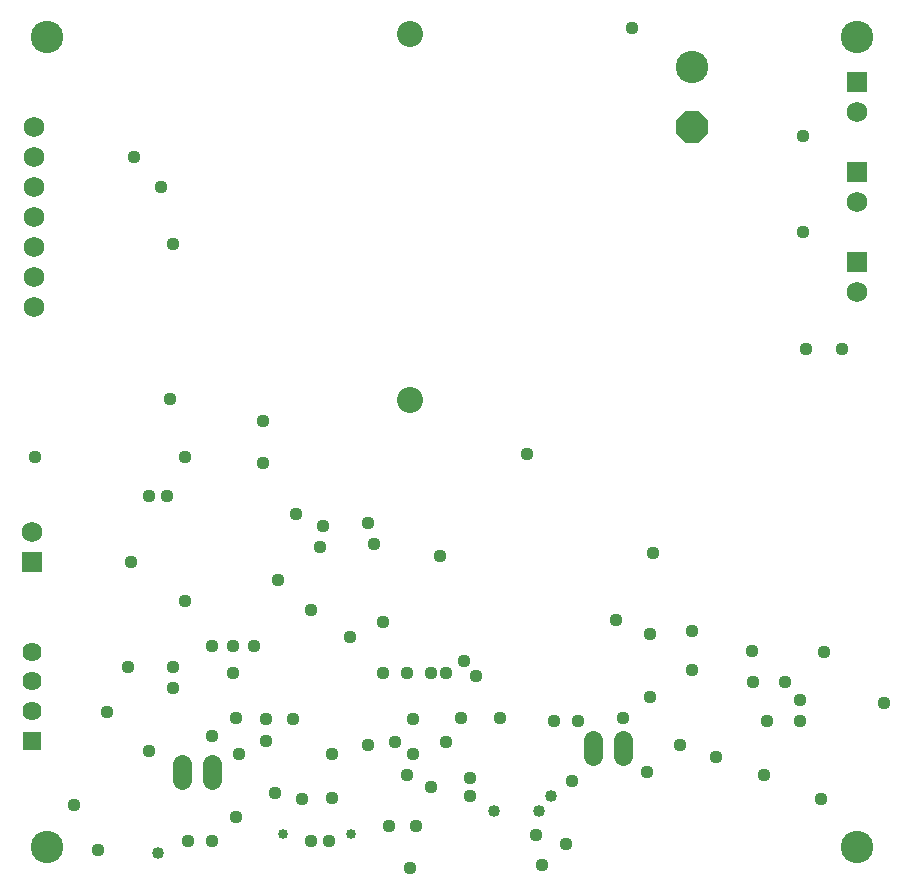
<source format=gbr>
G04 EAGLE Gerber RS-274X export*
G75*
%MOMM*%
%FSLAX34Y34*%
%LPD*%
%INSoldermask Bottom*%
%IPPOS*%
%AMOC8*
5,1,8,0,0,1.08239X$1,22.5*%
G01*
%ADD10C,2.743200*%
%ADD11P,2.969212X8X292.500000*%
%ADD12R,1.621200X1.621200*%
%ADD13C,1.621200*%
%ADD14C,1.727200*%
%ADD15C,2.203200*%
%ADD16R,1.733200X1.733200*%
%ADD17C,1.733200*%
%ADD18C,1.625600*%
%ADD19C,0.853200*%
%ADD20C,1.016000*%
%ADD21C,1.117600*%


D10*
X38100Y38100D03*
X723900Y38100D03*
X38100Y723900D03*
X723900Y723900D03*
X584200Y698500D03*
D11*
X584200Y647700D03*
D12*
X25400Y128270D03*
D13*
X25400Y153270D03*
X25400Y178270D03*
X25400Y203270D03*
D14*
X27500Y571500D03*
X27500Y546100D03*
X27500Y520700D03*
X27500Y495300D03*
X27500Y596900D03*
X27500Y622300D03*
X27500Y647700D03*
D15*
X345500Y416500D03*
X345500Y726500D03*
D16*
X723900Y609600D03*
D17*
X723900Y584200D03*
D18*
X177800Y108712D02*
X177800Y94488D01*
X152400Y94488D02*
X152400Y108712D01*
D16*
X25400Y279400D03*
D17*
X25400Y304800D03*
D16*
X723900Y533400D03*
D17*
X723900Y508000D03*
D19*
X237800Y49050D03*
X295600Y49050D03*
D16*
X723900Y685800D03*
D17*
X723900Y660400D03*
D18*
X500380Y129032D02*
X500380Y114808D01*
X525780Y114808D02*
X525780Y129032D01*
D20*
X464820Y81280D03*
X132080Y33020D03*
D21*
X124460Y119380D03*
X144780Y172720D03*
X223520Y128016D03*
X246380Y146304D03*
D20*
X416560Y68580D03*
X454660Y68580D03*
D21*
X109220Y279400D03*
X154940Y368300D03*
X271780Y309880D03*
X309880Y312420D03*
X269240Y292100D03*
X314960Y294640D03*
X177800Y43180D03*
X396240Y81280D03*
X375920Y185420D03*
X375920Y127000D03*
X157480Y43180D03*
X477520Y40640D03*
X342900Y99060D03*
X396240Y96520D03*
X363220Y185420D03*
X546100Y101600D03*
X482600Y93980D03*
X695960Y203200D03*
X634746Y204470D03*
X604520Y114300D03*
X675640Y162560D03*
X142240Y417576D03*
X144780Y548640D03*
X195580Y185420D03*
X195580Y208280D03*
X124460Y335280D03*
X111760Y622300D03*
X322580Y185420D03*
X213360Y208280D03*
X139700Y335280D03*
X134620Y596900D03*
X106680Y190500D03*
X144780Y190500D03*
X88900Y152400D03*
X294640Y215900D03*
X220980Y363220D03*
X370840Y284480D03*
X645160Y99060D03*
X584200Y187960D03*
X551180Y287020D03*
X421640Y147320D03*
X322580Y228600D03*
X693420Y78740D03*
X444500Y370840D03*
X467360Y144780D03*
X347980Y116840D03*
X452120Y48260D03*
X261620Y238760D03*
X154940Y246380D03*
X198120Y147320D03*
X309880Y124460D03*
X198120Y63500D03*
X327660Y55880D03*
X345440Y20320D03*
X81280Y35560D03*
X584200Y220980D03*
X220980Y398780D03*
X678180Y640080D03*
X678180Y558800D03*
X680720Y459740D03*
X533400Y731520D03*
X200660Y116840D03*
X248920Y320040D03*
X233680Y264160D03*
X177800Y208280D03*
X177800Y132080D03*
X548640Y218440D03*
X519738Y230178D03*
X223520Y146304D03*
X388620Y147320D03*
X347980Y146304D03*
X254116Y78624D03*
X231140Y83820D03*
X279400Y79756D03*
X279400Y116840D03*
X261620Y43180D03*
X277272Y43180D03*
X350520Y55880D03*
X574040Y124460D03*
X401320Y182880D03*
X675640Y144780D03*
X647700Y144780D03*
X662940Y177800D03*
X636016Y177800D03*
X487680Y144780D03*
X457200Y22860D03*
X363220Y89154D03*
X746760Y160020D03*
X711200Y459740D03*
X27940Y368300D03*
X60960Y73660D03*
X342900Y185420D03*
X332740Y127000D03*
X391160Y195580D03*
X525780Y147320D03*
X548640Y165100D03*
M02*

</source>
